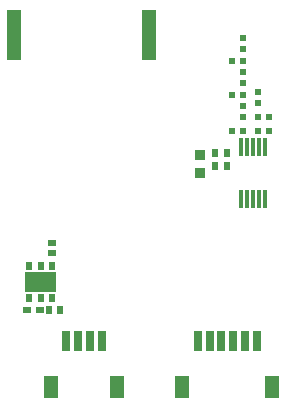
<source format=gbr>
G04 #@! TF.FileFunction,Soldermask,Top*
%FSLAX46Y46*%
G04 Gerber Fmt 4.6, Leading zero omitted, Abs format (unit mm)*
G04 Created by KiCad (PCBNEW 4.0.7-e2-6376~58~ubuntu16.04.1) date Sat Jul  7 10:01:01 2018*
%MOMM*%
%LPD*%
G01*
G04 APERTURE LIST*
%ADD10C,0.100000*%
%ADD11R,0.851600X0.901600*%
%ADD12R,0.601600X0.701600*%
%ADD13R,0.701600X1.651600*%
%ADD14R,1.301600X1.901600*%
%ADD15R,0.501600X0.701600*%
%ADD16R,0.701600X0.501600*%
%ADD17R,0.401600X1.501600*%
%ADD18R,0.551600X0.731600*%
%ADD19R,1.401600X0.951600*%
%ADD20R,0.601600X0.601600*%
%ADD21R,0.701600X0.601600*%
%ADD22R,1.251600X4.301600*%
G04 APERTURE END LIST*
D10*
D11*
X155280000Y-88990000D03*
X155280000Y-90490000D03*
D12*
X157520000Y-89870000D03*
X157520000Y-88770000D03*
X156580000Y-89870000D03*
X156580000Y-88770000D03*
D13*
X155080000Y-104702500D03*
X156080000Y-104702500D03*
X157080000Y-104702500D03*
X158080000Y-104702500D03*
X159080000Y-104702500D03*
X160080000Y-104702500D03*
D14*
X153780000Y-108577500D03*
X161380000Y-108577500D03*
D15*
X142530000Y-102070000D03*
X143430000Y-102070000D03*
D16*
X142730000Y-96395000D03*
X142730000Y-97295000D03*
D17*
X160770000Y-88320000D03*
X160270000Y-88320000D03*
X159770000Y-88320000D03*
X159270000Y-88320000D03*
X158770000Y-88320000D03*
X158770000Y-92720000D03*
X159270000Y-92720000D03*
X159770000Y-92720000D03*
X160270000Y-92720000D03*
X160770000Y-92720000D03*
D18*
X142730000Y-98380000D03*
X141780000Y-98380000D03*
X140830000Y-98380000D03*
X140830000Y-101060000D03*
X141780000Y-101060000D03*
X142730000Y-101060000D03*
D19*
X141130000Y-100145000D03*
X142430000Y-100145000D03*
X141130000Y-99295000D03*
X142430000Y-99295000D03*
D20*
X158900000Y-79970000D03*
X158900000Y-79050000D03*
X158900000Y-81000000D03*
X157980000Y-81000000D03*
X160160000Y-85770000D03*
X161080000Y-85770000D03*
X158900000Y-83840000D03*
X157980000Y-83840000D03*
X158900000Y-85720000D03*
X158900000Y-84800000D03*
X158900000Y-82880000D03*
X158900000Y-81960000D03*
X160160000Y-84530000D03*
X160160000Y-83610000D03*
X160160000Y-86970000D03*
X161080000Y-86970000D03*
X157980000Y-86970000D03*
X158900000Y-86970000D03*
D21*
X141705000Y-102070000D03*
X140605000Y-102070000D03*
D13*
X143960000Y-104732500D03*
X144960000Y-104732500D03*
X145960000Y-104732500D03*
X146960000Y-104732500D03*
D14*
X142660000Y-108607500D03*
X148260000Y-108607500D03*
D22*
X139545000Y-78760000D03*
X150995000Y-78760000D03*
M02*

</source>
